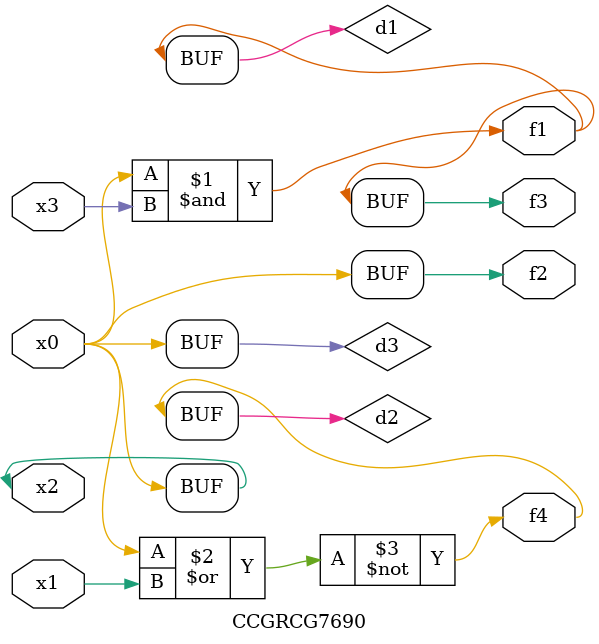
<source format=v>
module CCGRCG7690(
	input x0, x1, x2, x3,
	output f1, f2, f3, f4
);

	wire d1, d2, d3;

	and (d1, x2, x3);
	nor (d2, x0, x1);
	buf (d3, x0, x2);
	assign f1 = d1;
	assign f2 = d3;
	assign f3 = d1;
	assign f4 = d2;
endmodule

</source>
